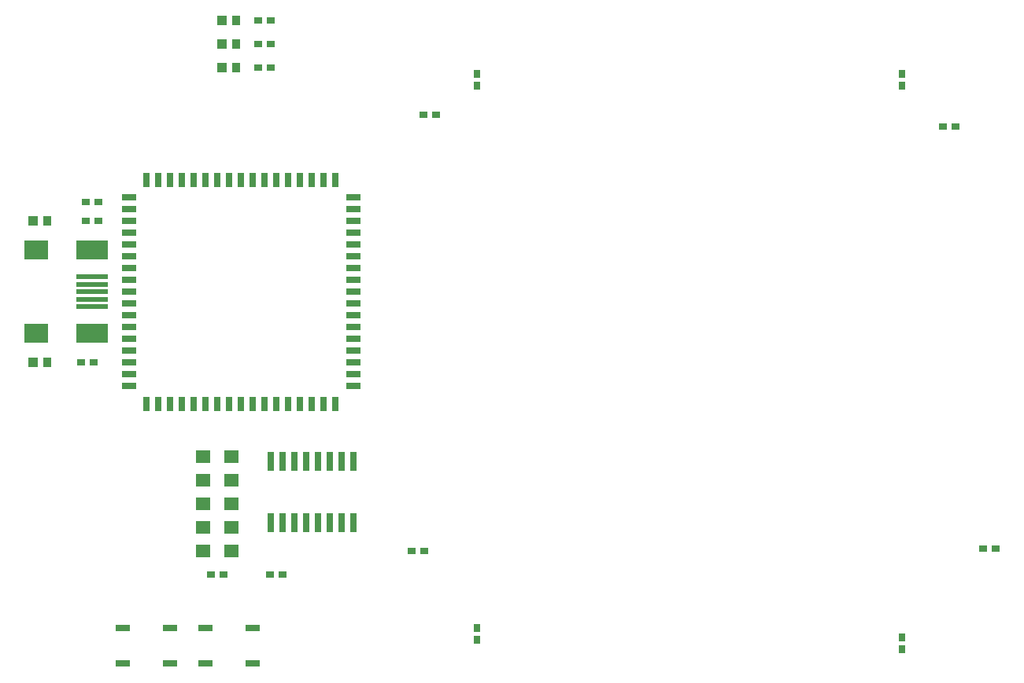
<source format=gtp>
G75*
G70*
%OFA0B0*%
%FSLAX24Y24*%
%IPPOS*%
%LPD*%
%AMOC8*
5,1,8,0,0,1.08239X$1,22.5*
%
%ADD10R,0.0354X0.0276*%
%ADD11R,0.0276X0.0354*%
%ADD12R,0.0382X0.0394*%
%ADD13R,0.0398X0.0394*%
%ADD14R,0.0600X0.0300*%
%ADD15R,0.0300X0.0600*%
%ADD16R,0.0984X0.0787*%
%ADD17R,0.1378X0.0787*%
%ADD18R,0.1378X0.0197*%
%ADD19R,0.0260X0.0800*%
%ADD20R,0.0630X0.0551*%
D10*
X009758Y005333D03*
X010270Y005333D03*
X012258Y005333D03*
X012770Y005333D03*
X018258Y006333D03*
X018770Y006333D03*
X004770Y014333D03*
X004258Y014333D03*
X004458Y020333D03*
X004970Y020333D03*
X004970Y021133D03*
X004458Y021133D03*
X011758Y026833D03*
X012270Y026833D03*
X012270Y027833D03*
X011758Y027833D03*
X011758Y028833D03*
X012270Y028833D03*
X018758Y024833D03*
X019270Y024833D03*
X040758Y024333D03*
X041270Y024333D03*
X042458Y006433D03*
X042970Y006433D03*
D11*
X039014Y002689D03*
X039014Y002177D03*
X021014Y002577D03*
X021014Y003089D03*
X021014Y026077D03*
X021014Y026589D03*
X039014Y026589D03*
X039014Y026077D03*
D12*
X010815Y026833D03*
X010815Y027833D03*
X010815Y028833D03*
X002815Y020333D03*
X002815Y014333D03*
D13*
X002217Y014333D03*
X002217Y020333D03*
X010217Y026833D03*
X010217Y027833D03*
X010217Y028833D03*
D14*
X006014Y001583D03*
X006014Y003083D03*
X008014Y003083D03*
X009514Y003083D03*
X009514Y001583D03*
X008014Y001583D03*
X011514Y001583D03*
X011514Y003083D03*
X015764Y013333D03*
X015764Y013833D03*
X015764Y014333D03*
X015764Y014833D03*
X015764Y015333D03*
X015764Y015833D03*
X015764Y016333D03*
X015764Y016833D03*
X015764Y017333D03*
X015764Y017833D03*
X015764Y018333D03*
X015764Y018833D03*
X015764Y019333D03*
X015764Y019833D03*
X015764Y020333D03*
X015764Y020833D03*
X015764Y021333D03*
X006264Y021333D03*
X006264Y020833D03*
X006264Y020333D03*
X006264Y019833D03*
X006264Y019333D03*
X006264Y018833D03*
X006264Y018333D03*
X006264Y017833D03*
X006264Y017333D03*
X006264Y016833D03*
X006264Y016333D03*
X006264Y015833D03*
X006264Y015333D03*
X006264Y014833D03*
X006264Y014333D03*
X006264Y013833D03*
X006264Y013333D03*
D15*
X007014Y012583D03*
X007514Y012583D03*
X008014Y012583D03*
X008514Y012583D03*
X009014Y012583D03*
X009514Y012583D03*
X010014Y012583D03*
X010514Y012583D03*
X011014Y012583D03*
X011514Y012583D03*
X012014Y012583D03*
X012514Y012583D03*
X013014Y012583D03*
X013514Y012583D03*
X014014Y012583D03*
X014514Y012583D03*
X015014Y012583D03*
X015014Y022083D03*
X014514Y022083D03*
X014014Y022083D03*
X013514Y022083D03*
X013014Y022083D03*
X012514Y022083D03*
X012014Y022083D03*
X011514Y022083D03*
X011014Y022083D03*
X010514Y022083D03*
X010014Y022083D03*
X009514Y022083D03*
X009014Y022083D03*
X008514Y022083D03*
X008014Y022083D03*
X007514Y022083D03*
X007014Y022083D03*
D16*
X002333Y019104D03*
X002333Y015561D03*
D17*
X004695Y015561D03*
X004695Y019104D03*
D18*
X004699Y017966D03*
X004695Y017648D03*
X004695Y017333D03*
X004695Y017018D03*
X004695Y016703D03*
D19*
X012264Y010138D03*
X012764Y010138D03*
X013264Y010138D03*
X013764Y010138D03*
X014264Y010138D03*
X014764Y010138D03*
X015264Y010138D03*
X015764Y010138D03*
X015764Y007528D03*
X015264Y007528D03*
X014764Y007528D03*
X014264Y007528D03*
X013764Y007528D03*
X013264Y007528D03*
X012764Y007528D03*
X012264Y007528D03*
D20*
X010605Y007333D03*
X009423Y007333D03*
X009423Y008333D03*
X010605Y008333D03*
X010605Y009333D03*
X009423Y009333D03*
X009423Y010333D03*
X010605Y010333D03*
X010605Y006333D03*
X009423Y006333D03*
M02*

</source>
